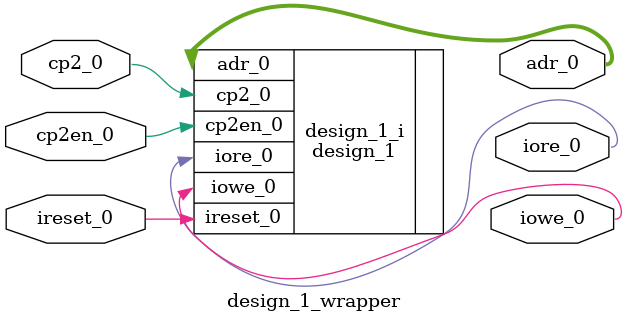
<source format=v>
`timescale 1 ps / 1 ps

module design_1_wrapper
   (adr_0,
    cp2_0,
    cp2en_0,
    iore_0,
    iowe_0,
    ireset_0);
  output [5:0]adr_0;
  input cp2_0;
  input cp2en_0;
  output iore_0;
  output iowe_0;
  input ireset_0;

  wire [5:0]adr_0;
  wire cp2_0;
  wire cp2en_0;
  wire iore_0;
  wire iowe_0;
  wire ireset_0;

  design_1 design_1_i
       (.adr_0(adr_0),
        .cp2_0(cp2_0),
        .cp2en_0(cp2en_0),
        .iore_0(iore_0),
        .iowe_0(iowe_0),
        .ireset_0(ireset_0));
endmodule

</source>
